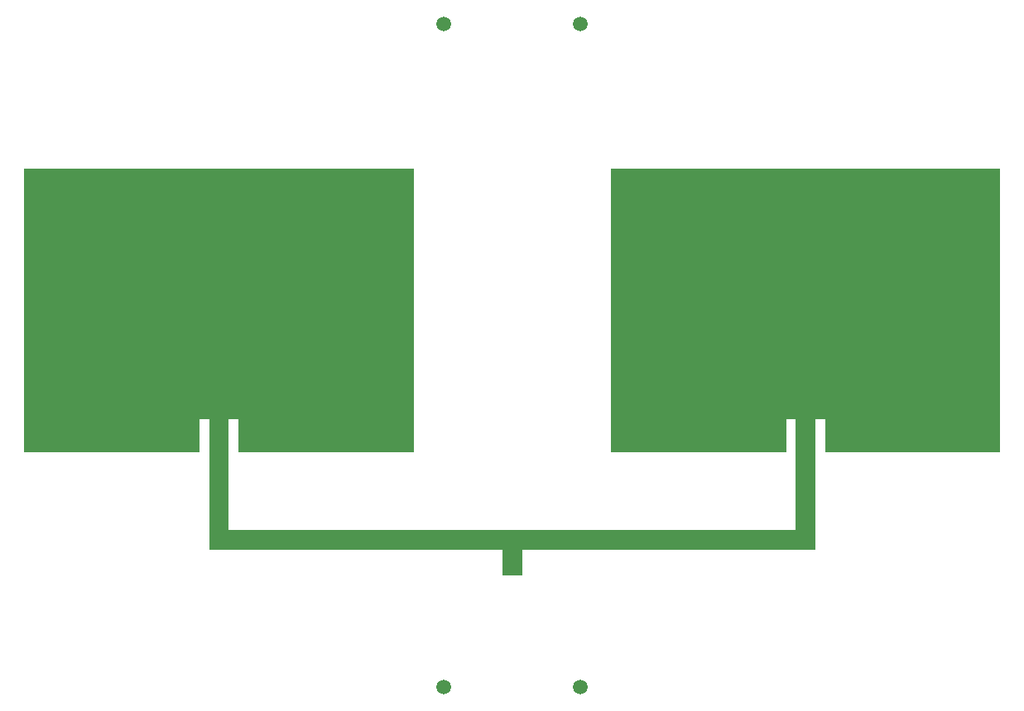
<source format=gbr>
%TF.GenerationSoftware,Altium Limited,Altium Designer,24.9.1 (31)*%
G04 Layer_Physical_Order=1*
G04 Layer_Color=255*
%FSLAX45Y45*%
%MOMM*%
%TF.SameCoordinates,77867E02-C98B-4605-8BC9-D91FF86E49A9*%
%TF.FilePolarity,Positive*%
%TF.FileFunction,Copper,L1,Top,Signal*%
%TF.Part,Single*%
G01*
G75*
%TA.AperFunction,ViaPad*%
%ADD10C,1.50000*%
G36*
X19933000Y7238700D02*
X18142999D01*
Y7578700D01*
X18042999D01*
Y6238700D01*
X15042999D01*
Y5978700D01*
X14842999D01*
Y6238700D01*
X11843000D01*
Y7578700D01*
X11743000D01*
Y7238700D01*
X9953000D01*
Y10138700D01*
X13933000D01*
Y7238700D01*
X12143000D01*
Y7578700D01*
X12043000D01*
Y6438700D01*
X17842999D01*
Y7578700D01*
X17742999D01*
Y7238700D01*
X15953000D01*
Y10138700D01*
X19933000D01*
Y7238700D01*
D02*
G37*
D10*
X14241701Y11626900D02*
D03*
X15641701D02*
D03*
Y4836900D02*
D03*
X14241701D02*
D03*
X14942000Y6108700D02*
D03*
%TF.MD5,b2da0a8d78664fa54f6dc79f659b696e*%
M02*

</source>
